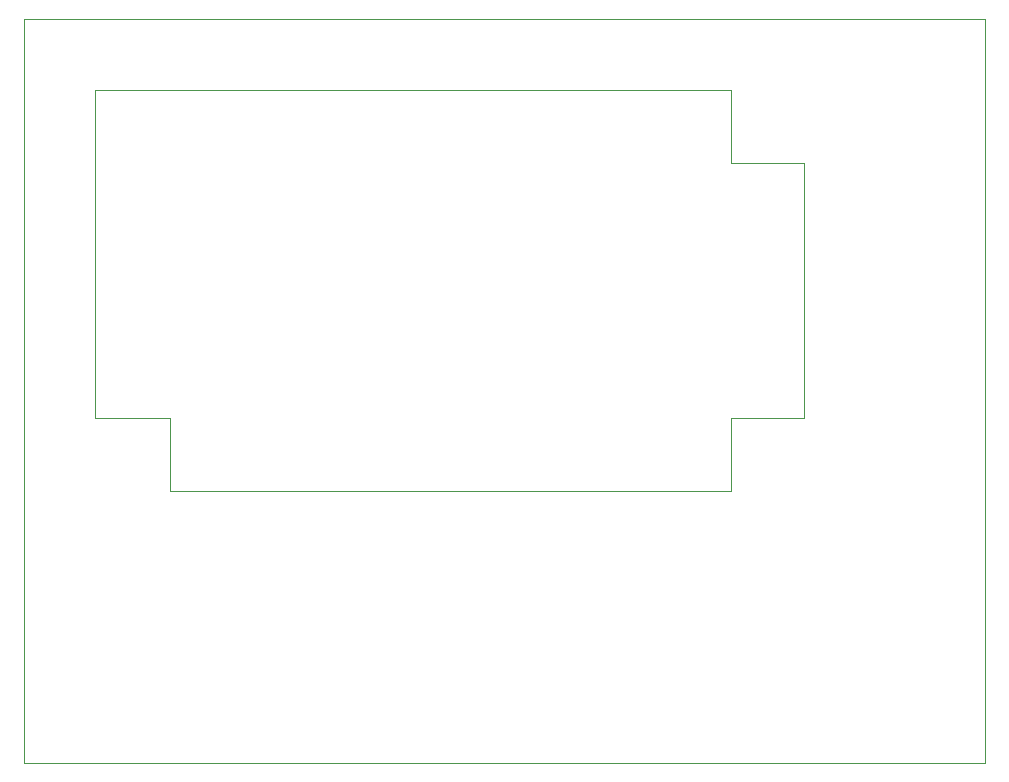
<source format=gbr>
%TF.GenerationSoftware,KiCad,Pcbnew,(5.1.7)-1*%
%TF.CreationDate,2022-02-19T15:23:42+00:00*%
%TF.ProjectId,ControlMenu-PCB,436f6e74-726f-46c4-9d65-6e752d504342,rev?*%
%TF.SameCoordinates,Original*%
%TF.FileFunction,Profile,NP*%
%FSLAX46Y46*%
G04 Gerber Fmt 4.6, Leading zero omitted, Abs format (unit mm)*
G04 Created by KiCad (PCBNEW (5.1.7)-1) date 2022-02-19 15:23:42*
%MOMM*%
%LPD*%
G01*
G04 APERTURE LIST*
%TA.AperFunction,Profile*%
%ADD10C,0.050000*%
%TD*%
G04 APERTURE END LIST*
D10*
X248890000Y-106090000D02*
X248890000Y-99880000D01*
X248890000Y-106090000D02*
X255090000Y-106090000D01*
X248890000Y-127650000D02*
X248890000Y-133880000D01*
X255090000Y-127650000D02*
X248890000Y-127650000D01*
X201390000Y-133880000D02*
X201390000Y-127640000D01*
X201390000Y-127640000D02*
X195090000Y-127640000D01*
X189090000Y-156880000D02*
X189090000Y-93880000D01*
X270420000Y-156880000D02*
X270420000Y-93880000D01*
X189090000Y-156880000D02*
X270420000Y-156880000D01*
X189090000Y-93880000D02*
X270420000Y-93880000D01*
X195090000Y-99880000D02*
X195090000Y-127640000D01*
X255090000Y-106090000D02*
X255090000Y-127650000D01*
X195090000Y-99880000D02*
X248890000Y-99880000D01*
X201390000Y-133880000D02*
X248890000Y-133880000D01*
M02*

</source>
